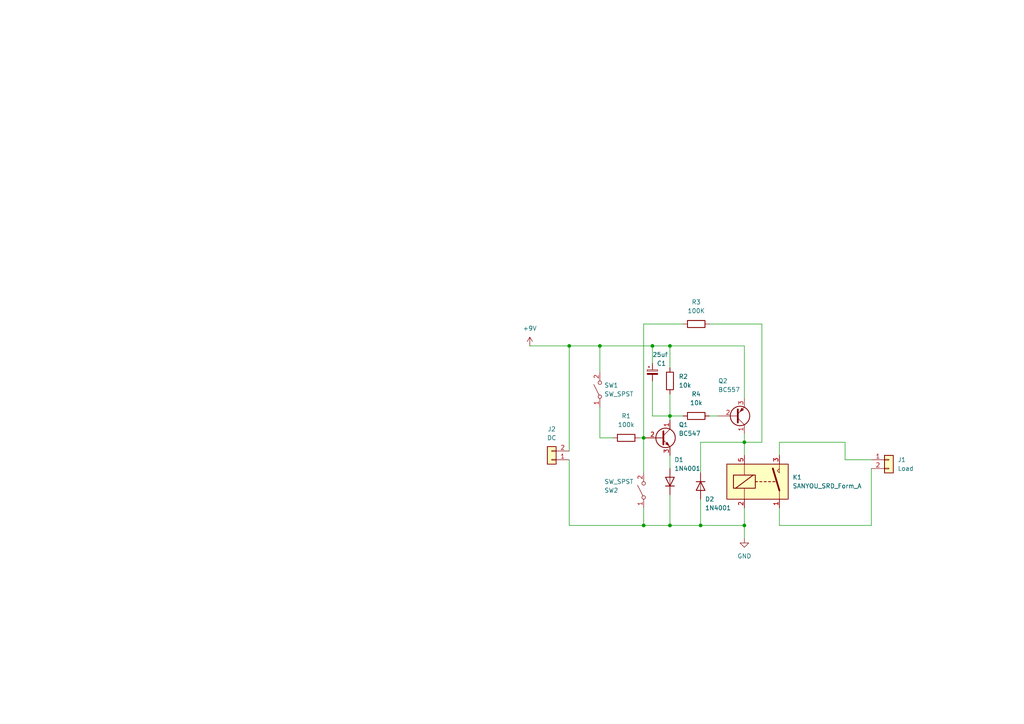
<source format=kicad_sch>
(kicad_sch (version 20211123) (generator eeschema)
  (paper "A4")
  (title_block (title "Latched relay schematic") (date "2023-09-08") (rev "One") (company "Private  MD Harrington"))
  (lib_symbols
    (symbol "Connector_Generic:Conn_01x02" (pin_names (offset 1.016) hide)
      (property "Reference" "J" (at 0 2.54 0))
      (property "Value" "Conn_01x02" (at 0 -5.08 0))
      (symbol "Conn_01x02_1_1"
        (rectangle (start -1.27 -2.413) (end 0 -2.667) (stroke (width 0.1524)))
        (rectangle (start -1.27 0.127) (end 0 -0.127) (stroke (width 0.1524)))
        (rectangle (start -1.27 1.27) (end 1.27 -3.81) (stroke (width 0.254)) (fill (type background)))
        (pin passive line (at -5.08 0 0) (length 3.81) (name "Pin_1") (number "1"))
        (pin passive line (at -5.08 -2.54 0) (length 3.81) (name "Pin_2") (number "2"))
      )
    )
    (symbol "Device:C_Polarized_Small" (pin_numbers hide) (pin_names (offset 0.254) hide)
      (property "Reference" "C" (at 0.254 1.778 0))
      (property "Value" "C_Polarized_Small" (at 0.254 -2.032 0))
      (symbol "C_Polarized_Small_0_1"
        (rectangle (start -1.524 -0.3048) (end 1.524 -0.6858) (fill (type outline)))
        (rectangle (start -1.524 0.6858) (end 1.524 0.3048))
        (polyline (pts (xy -1.27 1.524) (xy -0.762 1.524)))
        (polyline (pts (xy -1.016 1.27) (xy -1.016 1.778)))
      )
      (symbol "C_Polarized_Small_1_1"
        (pin passive line (at 0 2.54 270) (length 1.8542) (name "~") (number "1"))
        (pin passive line (at 0 -2.54 90) (length 1.8542) (name "~") (number "2"))
      )
    )
    (symbol "Device:R" (pin_numbers hide) (pin_names (offset 0))
      (property "Reference" "R" (at 2.032 0 90))
      (property "Value" "R" (at 0 0 90))
      (symbol "R_0_1"
        (rectangle (start -1.016 -2.54) (end 1.016 2.54) (stroke (width 0.254)))
      )
      (symbol "R_1_1"
        (pin passive line (at 0 3.81 270) (length 1.27) (name "~") (number "1"))
        (pin passive line (at 0 -3.81 90) (length 1.27) (name "~") (number "2"))
      )
    )
    (symbol "Diode:1N4001" (pin_numbers hide) (pin_names hide)
      (property "Reference" "D" (at 0 2.54 0))
      (property "Value" "1N4001" (at 0 -2.54 0))
      (symbol "1N4001_0_1"
        (polyline (pts (xy -1.27 1.27) (xy -1.27 -1.27)) (stroke (width 0.254)))
        (polyline (pts (xy 1.27 0) (xy -1.27 0)))
        (polyline (pts (xy 1.27 1.27) (xy 1.27 -1.27) (xy -1.27 0) (xy 1.27 1.27)) (stroke (width 0.254)))
      )
      (symbol "1N4001_1_1"
        (pin passive line (at -3.81 0 0) (length 2.54) (name "K") (number "1"))
        (pin passive line (at 3.81 0 180) (length 2.54) (name "A") (number "2"))
      )
    )
    (symbol "Relay:SANYOU_SRD_Form_A"
      (property "Reference" "K" (at 8.89 3.81 0))
      (property "Value" "SANYOU_SRD_Form_A" (at 8.89 1.27 0))
      (symbol "SANYOU_SRD_Form_A_0_0"
        (polyline (pts (xy 5.08 5.08) (xy 5.08 2.54) (xy 4.445 3.175) (xy 5.08 3.81)))
      )
      (symbol "SANYOU_SRD_Form_A_0_1"
        (rectangle (start -10.16 5.08) (end 7.62 -5.08) (stroke (width 0.254)) (fill (type background)))
        (rectangle (start -8.255 1.905) (end -1.905 -1.905) (stroke (width 0.254)))
        (polyline (pts (xy -7.62 -1.905) (xy -2.54 1.905)) (stroke (width 0.254)))
        (polyline (pts (xy -5.08 -5.08) (xy -5.08 -1.905)))
        (polyline (pts (xy -5.08 5.08) (xy -5.08 1.905)))
        (polyline (pts (xy -1.905 0) (xy -1.27 0)) (stroke (width 0.254)))
        (polyline (pts (xy -0.635 0) (xy 0 0)) (stroke (width 0.254)))
        (polyline (pts (xy 0.635 0) (xy 1.27 0)) (stroke (width 0.254)))
        (polyline (pts (xy 1.905 0) (xy 2.54 0)) (stroke (width 0.254)))
        (polyline (pts (xy 3.175 0) (xy 3.81 0)) (stroke (width 0.254)))
        (polyline (pts (xy 5.08 -2.54) (xy 3.175 3.81)) (stroke (width 0.508)))
        (polyline (pts (xy 5.08 -2.54) (xy 5.08 -5.08)))
      )
      (symbol "SANYOU_SRD_Form_A_1_1"
        (pin passive line (at 5.08 -7.62 90) (length 2.54) (name "~") (number "1"))
        (pin passive line (at -5.08 -7.62 90) (length 2.54) (name "~") (number "2"))
        (pin passive line (at 5.08 7.62 270) (length 2.54) (name "~") (number "3"))
        (pin passive line (at -5.08 7.62 270) (length 2.54) (name "~") (number "5"))
      )
    )
    (symbol "Switch:SW_SPST" (pin_names (offset 0) hide)
      (property "Reference" "SW" (at 0 3.175 0))
      (property "Value" "SW_SPST" (at 0 -2.54 0))
      (symbol "SW_SPST_0_0"
        (circle (center -2.032 0) (radius 0.508))
        (polyline (pts (xy -1.524 0.254) (xy 1.524 1.778)))
        (circle (center 2.032 0) (radius 0.508))
      )
      (symbol "SW_SPST_1_1"
        (pin passive line (at -5.08 0 0) (length 2.54) (name "A") (number "1"))
        (pin passive line (at 5.08 0 180) (length 2.54) (name "B") (number "2"))
      )
    )
    (symbol "Transistor_BJT:BC547" (pin_names (offset 0) hide)
      (property "Reference" "Q" (at 5.08 1.905 0))
      (property "Value" "BC547" (at 5.08 0 0))
      (symbol "BC547_0_1"
        (polyline (pts (xy 0 0) (xy 0.635 0)))
        (polyline (pts (xy 0.635 0.635) (xy 2.54 2.54)))
        (polyline (pts (xy 0.635 -0.635) (xy 2.54 -2.54) (xy 2.54 -2.54)))
        (polyline (pts (xy 0.635 1.905) (xy 0.635 -1.905) (xy 0.635 -1.905)) (stroke (width 0.508)))
        (polyline (pts (xy 1.27 -1.778) (xy 1.778 -1.27) (xy 2.286 -2.286) (xy 1.27 -1.778) (xy 1.27 -1.778)) (fill (type outline)))
        (circle (center 1.27 0) (radius 2.8194) (stroke (width 0.254)))
      )
      (symbol "BC547_1_1"
        (pin passive line (at 2.54 5.08 270) (length 2.54) (name "C") (number "1"))
        (pin input line (at -5.08 0 0) (length 5.08) (name "B") (number "2"))
        (pin passive line (at 2.54 -5.08 90) (length 2.54) (name "E") (number "3"))
      )
    )
    (symbol "Transistor_BJT:BC557" (pin_names (offset 0) hide)
      (property "Reference" "Q" (at 5.08 1.905 0))
      (property "Value" "BC557" (at 5.08 0 0))
      (symbol "BC557_0_1"
        (polyline (pts (xy 0.635 0.635) (xy 2.54 2.54)))
        (polyline (pts (xy 0.635 -0.635) (xy 2.54 -2.54) (xy 2.54 -2.54)))
        (polyline (pts (xy 0.635 1.905) (xy 0.635 -1.905) (xy 0.635 -1.905)) (stroke (width 0.508)))
        (polyline (pts (xy 2.286 -1.778) (xy 1.778 -2.286) (xy 1.27 -1.27) (xy 2.286 -1.778) (xy 2.286 -1.778)) (fill (type outline)))
        (circle (center 1.27 0) (radius 2.8194) (stroke (width 0.254)))
      )
      (symbol "BC557_1_1"
        (pin passive line (at 2.54 5.08 270) (length 2.54) (name "C") (number "1"))
        (pin input line (at -5.08 0 0) (length 5.715) (name "B") (number "2"))
        (pin passive line (at 2.54 -5.08 90) (length 2.54) (name "E") (number "3"))
      )
    )
    (symbol "power:+9V" (power) (pin_names (offset 0))
      (property "Value" "+9V" (at 0 3.556 0))
      (symbol "+9V_0_1"
        (polyline (pts (xy -0.762 1.27) (xy 0 2.54)))
        (polyline (pts (xy 0 0) (xy 0 2.54)))
        (polyline (pts (xy 0 2.54) (xy 0.762 1.27)))
      )
      (symbol "+9V_1_1"
        (pin power_in line (at 0 0 90) (length 0) hide (name "+9V") (number "1"))
      )
    )
    (symbol "power:GND" (power) (pin_names (offset 0))
      (property "Value" "GND" (at 0 -3.81 0))
      (symbol "GND_0_1"
        (polyline (pts (xy 0 0) (xy 0 -1.27) (xy 1.27 -1.27) (xy 0 -2.54) (xy -1.27 -1.27) (xy 0 -1.27)))
      )
      (symbol "GND_1_1"
        (pin power_in line (at 0 0 270) (length 0) hide (name "GND") (number "1"))
      )
    )
  )
  (junction (at 194.31 120.65))
  (junction (at 186.69 152.4))
  (junction (at 194.31 100.33))
  (junction (at 189.23 100.33))
  (junction (at 165.1 100.33))
  (junction (at 173.99 100.33))
  (junction (at 186.69 127))
  (junction (at 194.31 152.4))
  (junction (at 203.2 152.4))
  (junction (at 215.9 152.4))
  (junction (at 215.9 128.27))
  (wire (pts (xy 165.1 133.35) (xy 165.1 152.4)))
  (wire (pts (xy 220.98 93.98) (xy 220.98 128.27)))
  (wire (pts (xy 189.23 100.33) (xy 194.31 100.33)))
  (wire (pts (xy 185.42 127) (xy 186.69 127)))
  (wire (pts (xy 203.2 137.16) (xy 203.2 128.27)))
  (wire (pts (xy 220.98 128.27) (xy 215.9 128.27)))
  (wire (pts (xy 173.99 100.33) (xy 189.23 100.33)))
  (wire (pts (xy 226.06 152.4) (xy 252.73 152.4)))
  (wire (pts (xy 186.69 147.32) (xy 186.69 152.4)))
  (wire (pts (xy 226.06 128.27) (xy 226.06 132.08)))
  (wire (pts (xy 189.23 110.49) (xy 189.23 120.65)))
  (wire (pts (xy 194.31 120.65) (xy 198.12 120.65)))
  (wire (pts (xy 194.31 132.08) (xy 194.31 135.89)))
  (wire (pts (xy 245.11 133.35) (xy 245.11 128.27)))
  (wire (pts (xy 165.1 100.33) (xy 165.1 130.81)))
  (wire (pts (xy 189.23 120.65) (xy 194.31 120.65)))
  (wire (pts (xy 226.06 147.32) (xy 226.06 152.4)))
  (wire (pts (xy 203.2 152.4) (xy 194.31 152.4)))
  (wire (pts (xy 252.73 133.35) (xy 245.11 133.35)))
  (wire (pts (xy 165.1 100.33) (xy 173.99 100.33)))
  (wire (pts (xy 173.99 100.33) (xy 173.99 107.95)))
  (wire (pts (xy 203.2 128.27) (xy 215.9 128.27)))
  (wire (pts (xy 186.69 127) (xy 186.69 137.16)))
  (wire (pts (xy 215.9 128.27) (xy 215.9 132.08)))
  (wire (pts (xy 194.31 143.51) (xy 194.31 152.4)))
  (wire (pts (xy 215.9 152.4) (xy 215.9 156.21)))
  (wire (pts (xy 194.31 100.33) (xy 194.31 106.68)))
  (wire (pts (xy 252.73 152.4) (xy 252.73 135.89)))
  (wire (pts (xy 165.1 152.4) (xy 186.69 152.4)))
  (wire (pts (xy 203.2 152.4) (xy 215.9 152.4)))
  (wire (pts (xy 215.9 125.73) (xy 215.9 128.27)))
  (wire (pts (xy 173.99 118.11) (xy 173.99 127)))
  (wire (pts (xy 203.2 144.78) (xy 203.2 152.4)))
  (wire (pts (xy 245.11 128.27) (xy 226.06 128.27)))
  (wire (pts (xy 205.74 93.98) (xy 220.98 93.98)))
  (wire (pts (xy 186.69 93.98) (xy 186.69 127)))
  (wire (pts (xy 205.74 120.65) (xy 208.28 120.65)))
  (wire (pts (xy 194.31 114.3) (xy 194.31 120.65)))
  (wire (pts (xy 173.99 127) (xy 177.8 127)))
  (wire (pts (xy 194.31 152.4) (xy 186.69 152.4)))
  (wire (pts (xy 194.31 100.33) (xy 215.9 100.33)))
  (wire (pts (xy 194.31 120.65) (xy 194.31 121.92)))
  (wire (pts (xy 189.23 100.33) (xy 189.23 105.41)))
  (wire (pts (xy 215.9 100.33) (xy 215.9 115.57)))
  (wire (pts (xy 215.9 147.32) (xy 215.9 152.4)))
  (wire (pts (xy 153.67 100.33) (xy 165.1 100.33)))
  (wire (pts (xy 198.12 93.98) (xy 186.69 93.98)))
  (symbol (lib_id "Transistor_BJT:BC557") (at 213.36 120.65 0) (mirror x) (unit 1)
    (property "Reference" "Q2" (at 208.28 110.49 0) (effects (justify left)))
    (property "Value" "BC557" (at 208.28 113.03 0) (effects (justify left)))
    (property "Footprint" "Package_TO_SOT_THT:TO-92_Inline" (effects hide))
    (property "Datasheet" "https://www.onsemi.com/pub/Collateral/BC556BTA-D.pdf" (effects hide))
  )
  (symbol (lib_id "Device:R") (at 181.61 127 270) (unit 1)
    (property "Reference" "R1" (at 181.61 120.65 90))
    (property "Value" "100k" (at 181.61 123.19 90))
    (property "Footprint" "Resistor_THT:R_Axial_DIN0204_L3.6mm_D1.6mm_P5.08mm_Horizontal" (effects hide))
  )
  (symbol (lib_id "Device:R") (at 194.31 110.49 180) (unit 1)
    (property "Reference" "R2" (at 196.85 109.2199 0) (effects (justify right)))
    (property "Value" "10k" (at 196.85 111.7599 0) (effects (justify right)))
    (property "Footprint" "Resistor_THT:R_Axial_DIN0204_L3.6mm_D1.6mm_P5.08mm_Horizontal" (effects hide))
  )
  (symbol (lib_id "power:GND") (at 215.9 156.21 0) (unit 1)
    (property "Reference" "#PWR02" (effects hide))
    (property "Value" "GND" (at 215.9 161.29 0))
  )
  (symbol (lib_id "power:+9V") (at 153.67 100.33 0) (unit 1)
    (property "Reference" "#PWR01" (effects hide))
    (property "Value" "+9V" (at 153.67 95.25 0))
  )
  (symbol (lib_id "Device:R") (at 201.93 93.98 270) (unit 1)
    (property "Reference" "R3" (at 201.93 87.63 90))
    (property "Value" "100K" (at 201.93 90.17 90))
    (property "Footprint" "Resistor_THT:R_Axial_DIN0204_L3.6mm_D1.6mm_P5.08mm_Horizontal" (effects hide))
  )
  (symbol (lib_id "Diode:1N4001") (at 203.2 140.97 270) (unit 1)
    (property "Reference" "D2" (at 204.47 144.78 90) (effects (justify left)))
    (property "Value" "1N4001" (at 204.47 147.32 90) (effects (justify left)))
    (property "Footprint" "Diode_THT:D_DO-41_SOD81_P10.16mm_Horizontal" (effects hide))
    (property "Datasheet" "http://www.vishay.com/docs/88503/1n4001.pdf" (effects hide))
  )
  (symbol (lib_id "Switch:SW_SPST") (at 173.99 113.03 90) (unit 1)
    (property "Reference" "SW1" (at 175.26 111.7599 90) (effects (justify right)))
    (property "Value" "SW_SPST" (at 175.26 114.2999 90) (effects (justify right)))
    (property "Footprint" "Button_Switch_THT:SW_SPST_Omron_B3F-315x_Angled" (effects hide))
  )
  (symbol (lib_id "Switch:SW_SPST") (at 186.69 142.24 90) (unit 1)
    (property "Reference" "SW2" (at 175.26 142.24 90) (effects (justify right)))
    (property "Value" "SW_SPST" (at 175.26 139.7 90) (effects (justify right)))
    (property "Footprint" "Button_Switch_THT:SW_SPST_Omron_B3F-315x_Angled" (effects hide))
  )
  (symbol (lib_id "Connector_Generic:Conn_01x02") (at 257.81 133.35 0) (unit 1)
    (property "Reference" "J1" (at 260.35 133.3499 0) (effects (justify left)))
    (property "Value" "Load" (at 260.35 135.8899 0) (effects (justify left)))
    (property "Footprint" "TerminalBlock:TerminalBlock_bornier-2_P5.08mm" (effects hide))
  )
  (symbol (lib_id "Connector_Generic:Conn_01x02") (at 160.02 133.35 180) (unit 1)
    (property "Reference" "J2" (at 160.02 124.46 0))
    (property "Value" "DC" (at 160.02 127 0))
    (property "Footprint" "TerminalBlock:TerminalBlock_bornier-2_P5.08mm" (effects hide))
  )
  (symbol (lib_id "Diode:1N4001") (at 194.31 139.7 90) (unit 1)
    (property "Reference" "D1" (at 195.58 133.35 90) (effects (justify right)))
    (property "Value" "1N4001" (at 195.58 135.89 90) (effects (justify right)))
    (property "Footprint" "Diode_THT:D_DO-41_SOD81_P10.16mm_Horizontal" (effects hide))
    (property "Datasheet" "http://www.vishay.com/docs/88503/1n4001.pdf" (effects hide))
  )
  (symbol (lib_id "Device:R") (at 201.93 120.65 90) (unit 1)
    (property "Reference" "R4" (at 201.93 114.3 90))
    (property "Value" "10k" (at 201.93 116.84 90))
    (property "Footprint" "Resistor_THT:R_Axial_DIN0204_L3.6mm_D1.6mm_P5.08mm_Horizontal" (effects hide))
  )
  (symbol (lib_id "Transistor_BJT:BC547") (at 191.77 127 0) (unit 1)
    (property "Reference" "Q1" (at 196.85 123.19 0) (effects (justify left)))
    (property "Value" "BC547" (at 196.85 125.73 0) (effects (justify left)))
    (property "Footprint" "Package_TO_SOT_THT:TO-92_Inline" (effects hide))
    (property "Datasheet" "https://www.onsemi.com/pub/Collateral/BC550-D.pdf" (effects hide))
  )
  (symbol (lib_id "Relay:SANYOU_SRD_Form_A") (at 220.98 139.7 0) (unit 1)
    (property "Reference" "K1" (at 229.87 138.4299 0) (effects (justify left)))
    (property "Value" "SANYOU_SRD_Form_A" (at 229.87 140.9699 0) (effects (justify left)))
    (property "Footprint" "Relay_THT:Relay_SPST_SANYOU_SRD_Series_Form_A" (effects hide))
    (property "Datasheet" "http://www.sanyourelay.ca/public/products/pdf/SRD.pdf" (effects hide))
  )
  (symbol (lib_id "Device:C_Polarized_Small") (at 189.23 107.95 0) (unit 1)
    (property "Reference" "C1" (at 190.5 105.41 0) (effects (justify left)))
    (property "Value" "25uf" (at 189.23 102.87 0) (effects (justify left)))
    (property "Footprint" "Capacitor_THT:CP_Radial_D4.0mm_P2.00mm" (effects hide))
  )
)
</source>
